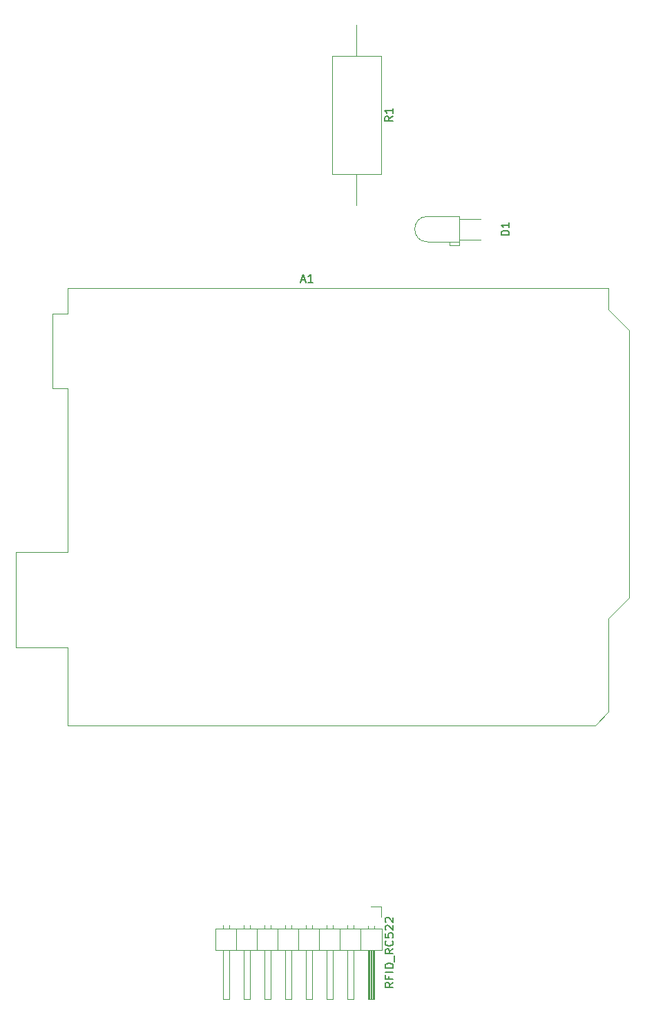
<source format=gbr>
%TF.GenerationSoftware,KiCad,Pcbnew,8.0.4*%
%TF.CreationDate,2025-01-03T11:27:22+01:00*%
%TF.ProjectId,miso_mosi,6d69736f-5f6d-46f7-9369-2e6b69636164,rev?*%
%TF.SameCoordinates,Original*%
%TF.FileFunction,Legend,Top*%
%TF.FilePolarity,Positive*%
%FSLAX46Y46*%
G04 Gerber Fmt 4.6, Leading zero omitted, Abs format (unit mm)*
G04 Created by KiCad (PCBNEW 8.0.4) date 2025-01-03 11:27:22*
%MOMM*%
%LPD*%
G01*
G04 APERTURE LIST*
%ADD10C,0.150000*%
%ADD11C,0.120000*%
G04 APERTURE END LIST*
D10*
X107733819Y-58670094D02*
X106733819Y-58670094D01*
X106733819Y-58670094D02*
X106733819Y-58431999D01*
X106733819Y-58431999D02*
X106781438Y-58289142D01*
X106781438Y-58289142D02*
X106876676Y-58193904D01*
X106876676Y-58193904D02*
X106971914Y-58146285D01*
X106971914Y-58146285D02*
X107162390Y-58098666D01*
X107162390Y-58098666D02*
X107305247Y-58098666D01*
X107305247Y-58098666D02*
X107495723Y-58146285D01*
X107495723Y-58146285D02*
X107590961Y-58193904D01*
X107590961Y-58193904D02*
X107686200Y-58289142D01*
X107686200Y-58289142D02*
X107733819Y-58431999D01*
X107733819Y-58431999D02*
X107733819Y-58670094D01*
X107733819Y-57146285D02*
X107733819Y-57717713D01*
X107733819Y-57431999D02*
X106733819Y-57431999D01*
X106733819Y-57431999D02*
X106876676Y-57527237D01*
X106876676Y-57527237D02*
X106971914Y-57622475D01*
X106971914Y-57622475D02*
X107019533Y-57717713D01*
X93514819Y-150234666D02*
X93038628Y-150567999D01*
X93514819Y-150806094D02*
X92514819Y-150806094D01*
X92514819Y-150806094D02*
X92514819Y-150425142D01*
X92514819Y-150425142D02*
X92562438Y-150329904D01*
X92562438Y-150329904D02*
X92610057Y-150282285D01*
X92610057Y-150282285D02*
X92705295Y-150234666D01*
X92705295Y-150234666D02*
X92848152Y-150234666D01*
X92848152Y-150234666D02*
X92943390Y-150282285D01*
X92943390Y-150282285D02*
X92991009Y-150329904D01*
X92991009Y-150329904D02*
X93038628Y-150425142D01*
X93038628Y-150425142D02*
X93038628Y-150806094D01*
X92991009Y-149472761D02*
X92991009Y-149806094D01*
X93514819Y-149806094D02*
X92514819Y-149806094D01*
X92514819Y-149806094D02*
X92514819Y-149329904D01*
X93514819Y-148948951D02*
X92514819Y-148948951D01*
X93514819Y-148472761D02*
X92514819Y-148472761D01*
X92514819Y-148472761D02*
X92514819Y-148234666D01*
X92514819Y-148234666D02*
X92562438Y-148091809D01*
X92562438Y-148091809D02*
X92657676Y-147996571D01*
X92657676Y-147996571D02*
X92752914Y-147948952D01*
X92752914Y-147948952D02*
X92943390Y-147901333D01*
X92943390Y-147901333D02*
X93086247Y-147901333D01*
X93086247Y-147901333D02*
X93276723Y-147948952D01*
X93276723Y-147948952D02*
X93371961Y-147996571D01*
X93371961Y-147996571D02*
X93467200Y-148091809D01*
X93467200Y-148091809D02*
X93514819Y-148234666D01*
X93514819Y-148234666D02*
X93514819Y-148472761D01*
X93610057Y-147710857D02*
X93610057Y-146948952D01*
X93514819Y-146139428D02*
X93038628Y-146472761D01*
X93514819Y-146710856D02*
X92514819Y-146710856D01*
X92514819Y-146710856D02*
X92514819Y-146329904D01*
X92514819Y-146329904D02*
X92562438Y-146234666D01*
X92562438Y-146234666D02*
X92610057Y-146187047D01*
X92610057Y-146187047D02*
X92705295Y-146139428D01*
X92705295Y-146139428D02*
X92848152Y-146139428D01*
X92848152Y-146139428D02*
X92943390Y-146187047D01*
X92943390Y-146187047D02*
X92991009Y-146234666D01*
X92991009Y-146234666D02*
X93038628Y-146329904D01*
X93038628Y-146329904D02*
X93038628Y-146710856D01*
X93419580Y-145139428D02*
X93467200Y-145187047D01*
X93467200Y-145187047D02*
X93514819Y-145329904D01*
X93514819Y-145329904D02*
X93514819Y-145425142D01*
X93514819Y-145425142D02*
X93467200Y-145567999D01*
X93467200Y-145567999D02*
X93371961Y-145663237D01*
X93371961Y-145663237D02*
X93276723Y-145710856D01*
X93276723Y-145710856D02*
X93086247Y-145758475D01*
X93086247Y-145758475D02*
X92943390Y-145758475D01*
X92943390Y-145758475D02*
X92752914Y-145710856D01*
X92752914Y-145710856D02*
X92657676Y-145663237D01*
X92657676Y-145663237D02*
X92562438Y-145567999D01*
X92562438Y-145567999D02*
X92514819Y-145425142D01*
X92514819Y-145425142D02*
X92514819Y-145329904D01*
X92514819Y-145329904D02*
X92562438Y-145187047D01*
X92562438Y-145187047D02*
X92610057Y-145139428D01*
X92514819Y-144234666D02*
X92514819Y-144710856D01*
X92514819Y-144710856D02*
X92991009Y-144758475D01*
X92991009Y-144758475D02*
X92943390Y-144710856D01*
X92943390Y-144710856D02*
X92895771Y-144615618D01*
X92895771Y-144615618D02*
X92895771Y-144377523D01*
X92895771Y-144377523D02*
X92943390Y-144282285D01*
X92943390Y-144282285D02*
X92991009Y-144234666D01*
X92991009Y-144234666D02*
X93086247Y-144187047D01*
X93086247Y-144187047D02*
X93324342Y-144187047D01*
X93324342Y-144187047D02*
X93419580Y-144234666D01*
X93419580Y-144234666D02*
X93467200Y-144282285D01*
X93467200Y-144282285D02*
X93514819Y-144377523D01*
X93514819Y-144377523D02*
X93514819Y-144615618D01*
X93514819Y-144615618D02*
X93467200Y-144710856D01*
X93467200Y-144710856D02*
X93419580Y-144758475D01*
X92610057Y-143806094D02*
X92562438Y-143758475D01*
X92562438Y-143758475D02*
X92514819Y-143663237D01*
X92514819Y-143663237D02*
X92514819Y-143425142D01*
X92514819Y-143425142D02*
X92562438Y-143329904D01*
X92562438Y-143329904D02*
X92610057Y-143282285D01*
X92610057Y-143282285D02*
X92705295Y-143234666D01*
X92705295Y-143234666D02*
X92800533Y-143234666D01*
X92800533Y-143234666D02*
X92943390Y-143282285D01*
X92943390Y-143282285D02*
X93514819Y-143853713D01*
X93514819Y-143853713D02*
X93514819Y-143234666D01*
X92610057Y-142853713D02*
X92562438Y-142806094D01*
X92562438Y-142806094D02*
X92514819Y-142710856D01*
X92514819Y-142710856D02*
X92514819Y-142472761D01*
X92514819Y-142472761D02*
X92562438Y-142377523D01*
X92562438Y-142377523D02*
X92610057Y-142329904D01*
X92610057Y-142329904D02*
X92705295Y-142282285D01*
X92705295Y-142282285D02*
X92800533Y-142282285D01*
X92800533Y-142282285D02*
X92943390Y-142329904D01*
X92943390Y-142329904D02*
X93514819Y-142901332D01*
X93514819Y-142901332D02*
X93514819Y-142282285D01*
X93451819Y-44108666D02*
X92975628Y-44441999D01*
X93451819Y-44680094D02*
X92451819Y-44680094D01*
X92451819Y-44680094D02*
X92451819Y-44299142D01*
X92451819Y-44299142D02*
X92499438Y-44203904D01*
X92499438Y-44203904D02*
X92547057Y-44156285D01*
X92547057Y-44156285D02*
X92642295Y-44108666D01*
X92642295Y-44108666D02*
X92785152Y-44108666D01*
X92785152Y-44108666D02*
X92880390Y-44156285D01*
X92880390Y-44156285D02*
X92928009Y-44203904D01*
X92928009Y-44203904D02*
X92975628Y-44299142D01*
X92975628Y-44299142D02*
X92975628Y-44680094D01*
X93451819Y-43156285D02*
X93451819Y-43727713D01*
X93451819Y-43441999D02*
X92451819Y-43441999D01*
X92451819Y-43441999D02*
X92594676Y-43537237D01*
X92594676Y-43537237D02*
X92689914Y-43632475D01*
X92689914Y-43632475D02*
X92737533Y-43727713D01*
X82216714Y-64177104D02*
X82692904Y-64177104D01*
X82121476Y-64462819D02*
X82454809Y-63462819D01*
X82454809Y-63462819D02*
X82788142Y-64462819D01*
X83645285Y-64462819D02*
X83073857Y-64462819D01*
X83359571Y-64462819D02*
X83359571Y-63462819D01*
X83359571Y-63462819D02*
X83264333Y-63605676D01*
X83264333Y-63605676D02*
X83169095Y-63700914D01*
X83169095Y-63700914D02*
X83073857Y-63748533D01*
D11*
%TO.C,D1*%
X101569000Y-56372000D02*
X97709000Y-56372000D01*
X101569000Y-56372000D02*
X101569000Y-59492000D01*
X104239000Y-56662000D02*
X104239000Y-56662000D01*
X104239000Y-56662000D02*
X101569000Y-56662000D01*
X101569000Y-56662000D02*
X104239000Y-56662000D01*
X101569000Y-56662000D02*
X101569000Y-56662000D01*
X104239000Y-59202000D02*
X104239000Y-59202000D01*
X104239000Y-59202000D02*
X101569000Y-59202000D01*
X101569000Y-59202000D02*
X104239000Y-59202000D01*
X101569000Y-59202000D02*
X101569000Y-59202000D01*
X101569000Y-59492000D02*
X97709000Y-59492000D01*
X101569000Y-59492000D02*
X101569000Y-59892000D01*
X100449000Y-59492000D02*
X101569000Y-59492000D01*
X101569000Y-59892000D02*
X100449000Y-59892000D01*
X100449000Y-59892000D02*
X100449000Y-59492000D01*
X97709000Y-59492000D02*
G75*
G02*
X97709000Y-56372000I0J1560000D01*
G01*
%TO.C,RFID_RC522*%
X92060000Y-140913000D02*
X92060000Y-142183000D01*
X90790000Y-140913000D02*
X92060000Y-140913000D01*
X88630000Y-143225929D02*
X88630000Y-143623000D01*
X87870000Y-143225929D02*
X87870000Y-143623000D01*
X86090000Y-143225929D02*
X86090000Y-143623000D01*
X85330000Y-143225929D02*
X85330000Y-143623000D01*
X83550000Y-143225929D02*
X83550000Y-143623000D01*
X82790000Y-143225929D02*
X82790000Y-143623000D01*
X81010000Y-143225929D02*
X81010000Y-143623000D01*
X80250000Y-143225929D02*
X80250000Y-143623000D01*
X78470000Y-143225929D02*
X78470000Y-143623000D01*
X77710000Y-143225929D02*
X77710000Y-143623000D01*
X75930000Y-143225929D02*
X75930000Y-143623000D01*
X75170000Y-143225929D02*
X75170000Y-143623000D01*
X73390000Y-143225929D02*
X73390000Y-143623000D01*
X72630000Y-143225929D02*
X72630000Y-143623000D01*
X91170000Y-143293000D02*
X91170000Y-143623000D01*
X90410000Y-143293000D02*
X90410000Y-143623000D01*
X92120000Y-143623000D02*
X71680000Y-143623000D01*
X89520000Y-143623000D02*
X89520000Y-146283000D01*
X86980000Y-143623000D02*
X86980000Y-146283000D01*
X84440000Y-143623000D02*
X84440000Y-146283000D01*
X81900000Y-143623000D02*
X81900000Y-146283000D01*
X79360000Y-143623000D02*
X79360000Y-146283000D01*
X76820000Y-143623000D02*
X76820000Y-146283000D01*
X74280000Y-143623000D02*
X74280000Y-146283000D01*
X71680000Y-143623000D02*
X71680000Y-146283000D01*
X92120000Y-146283000D02*
X92120000Y-143623000D01*
X91170000Y-146283000D02*
X91170000Y-152283000D01*
X91110000Y-146283000D02*
X91110000Y-152283000D01*
X90990000Y-146283000D02*
X90990000Y-152283000D01*
X90870000Y-146283000D02*
X90870000Y-152283000D01*
X90750000Y-146283000D02*
X90750000Y-152283000D01*
X90630000Y-146283000D02*
X90630000Y-152283000D01*
X90510000Y-146283000D02*
X90510000Y-152283000D01*
X88630000Y-146283000D02*
X88630000Y-152283000D01*
X86090000Y-146283000D02*
X86090000Y-152283000D01*
X83550000Y-146283000D02*
X83550000Y-152283000D01*
X81010000Y-146283000D02*
X81010000Y-152283000D01*
X78470000Y-146283000D02*
X78470000Y-152283000D01*
X75930000Y-146283000D02*
X75930000Y-152283000D01*
X73390000Y-146283000D02*
X73390000Y-152283000D01*
X71680000Y-146283000D02*
X92120000Y-146283000D01*
X91170000Y-152283000D02*
X90410000Y-152283000D01*
X90410000Y-152283000D02*
X90410000Y-146283000D01*
X88630000Y-152283000D02*
X87870000Y-152283000D01*
X87870000Y-152283000D02*
X87870000Y-146283000D01*
X86090000Y-152283000D02*
X85330000Y-152283000D01*
X85330000Y-152283000D02*
X85330000Y-146283000D01*
X83550000Y-152283000D02*
X82790000Y-152283000D01*
X82790000Y-152283000D02*
X82790000Y-146283000D01*
X81010000Y-152283000D02*
X80250000Y-152283000D01*
X80250000Y-152283000D02*
X80250000Y-146283000D01*
X78470000Y-152283000D02*
X77710000Y-152283000D01*
X77710000Y-152283000D02*
X77710000Y-146283000D01*
X75930000Y-152283000D02*
X75170000Y-152283000D01*
X75170000Y-152283000D02*
X75170000Y-146283000D01*
X73390000Y-152283000D02*
X72630000Y-152283000D01*
X72630000Y-152283000D02*
X72630000Y-146283000D01*
%TO.C,R1*%
X89027000Y-32882000D02*
X89027000Y-36672000D01*
X91997000Y-36672000D02*
X86057000Y-36672000D01*
X86057000Y-36672000D02*
X86057000Y-51212000D01*
X91997000Y-51212000D02*
X91997000Y-36672000D01*
X86057000Y-51212000D02*
X91997000Y-51212000D01*
X89027000Y-55002000D02*
X89027000Y-51212000D01*
%TO.C,A1*%
X47241000Y-97538000D02*
X47241000Y-109218000D01*
X47241000Y-109218000D02*
X53591000Y-109218000D01*
X51691000Y-68328000D02*
X51691000Y-77468000D01*
X51691000Y-77468000D02*
X53591000Y-77468000D01*
X53591000Y-65148000D02*
X53591000Y-68328000D01*
X53591000Y-68328000D02*
X51691000Y-68328000D01*
X53591000Y-77468000D02*
X53591000Y-97538000D01*
X53591000Y-97538000D02*
X47241000Y-97538000D01*
X53591000Y-109218000D02*
X53591000Y-118748000D01*
X53591000Y-118748000D02*
X118241000Y-118748000D01*
X118241000Y-118748000D02*
X119891000Y-117098000D01*
X119891000Y-65148000D02*
X53591000Y-65148000D01*
X119891000Y-67818000D02*
X119891000Y-65148000D01*
X119891000Y-105668000D02*
X122431000Y-103128000D01*
X119891000Y-117098000D02*
X119891000Y-105668000D01*
X122431000Y-70358000D02*
X119891000Y-67818000D01*
X122431000Y-103128000D02*
X122431000Y-70358000D01*
%TD*%
M02*

</source>
